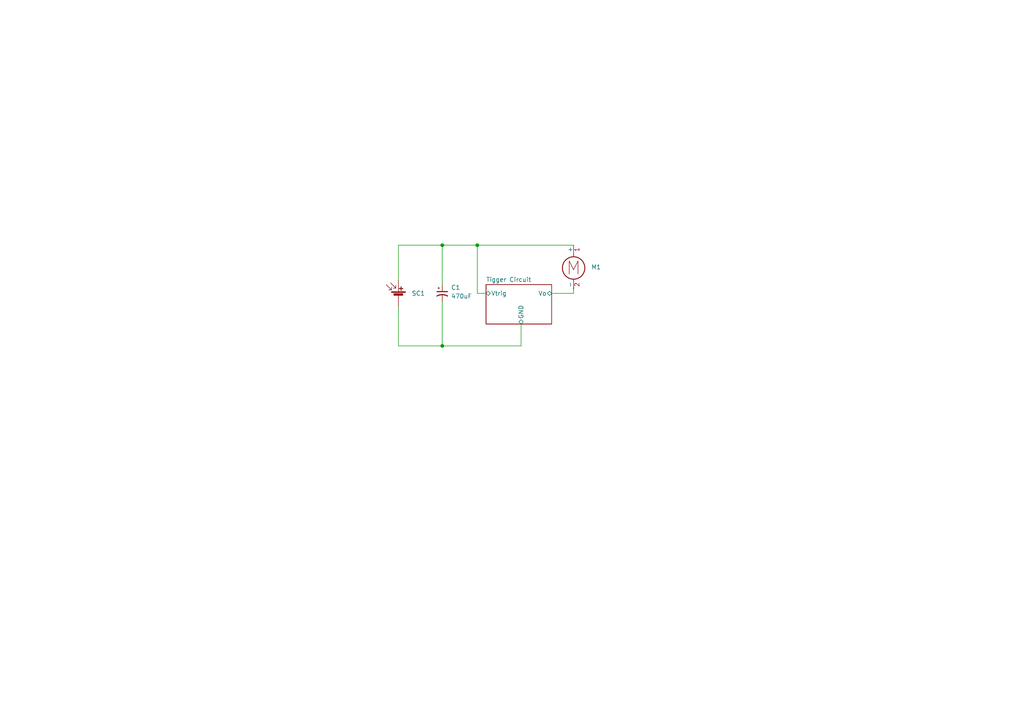
<source format=kicad_sch>
(kicad_sch (version 20211123) (generator eeschema)

  (uuid e0eaf533-f28f-4929-936a-ed8fbfdd2d06)

  (paper "A4")

  (lib_symbols
    (symbol "Device:C_Polarized_Small_US" (pin_numbers hide) (pin_names (offset 0.254) hide) (in_bom yes) (on_board yes)
      (property "Reference" "C" (id 0) (at 0.254 1.778 0)
        (effects (font (size 1.27 1.27)) (justify left))
      )
      (property "Value" "C_Polarized_Small_US" (id 1) (at 0.254 -2.032 0)
        (effects (font (size 1.27 1.27)) (justify left))
      )
      (property "Footprint" "" (id 2) (at 0 0 0)
        (effects (font (size 1.27 1.27)) hide)
      )
      (property "Datasheet" "~" (id 3) (at 0 0 0)
        (effects (font (size 1.27 1.27)) hide)
      )
      (property "ki_keywords" "cap capacitor" (id 4) (at 0 0 0)
        (effects (font (size 1.27 1.27)) hide)
      )
      (property "ki_description" "Polarized capacitor, small US symbol" (id 5) (at 0 0 0)
        (effects (font (size 1.27 1.27)) hide)
      )
      (property "ki_fp_filters" "CP_*" (id 6) (at 0 0 0)
        (effects (font (size 1.27 1.27)) hide)
      )
      (symbol "C_Polarized_Small_US_0_1"
        (polyline
          (pts
            (xy -1.524 0.508)
            (xy 1.524 0.508)
          )
          (stroke (width 0.3048) (type default) (color 0 0 0 0))
          (fill (type none))
        )
        (polyline
          (pts
            (xy -1.27 1.524)
            (xy -0.762 1.524)
          )
          (stroke (width 0) (type default) (color 0 0 0 0))
          (fill (type none))
        )
        (polyline
          (pts
            (xy -1.016 1.27)
            (xy -1.016 1.778)
          )
          (stroke (width 0) (type default) (color 0 0 0 0))
          (fill (type none))
        )
        (arc (start 1.524 -0.762) (mid 0 -0.3734) (end -1.524 -0.762)
          (stroke (width 0.3048) (type default) (color 0 0 0 0))
          (fill (type none))
        )
      )
      (symbol "C_Polarized_Small_US_1_1"
        (pin passive line (at 0 2.54 270) (length 2.032)
          (name "~" (effects (font (size 1.27 1.27))))
          (number "1" (effects (font (size 1.27 1.27))))
        )
        (pin passive line (at 0 -2.54 90) (length 2.032)
          (name "~" (effects (font (size 1.27 1.27))))
          (number "2" (effects (font (size 1.27 1.27))))
        )
      )
    )
    (symbol "Device:Solar_Cell" (pin_numbers hide) (pin_names (offset 0) hide) (in_bom yes) (on_board yes)
      (property "Reference" "SC" (id 0) (at 2.54 2.54 0)
        (effects (font (size 1.27 1.27)) (justify left))
      )
      (property "Value" "Solar_Cell" (id 1) (at 2.54 0 0)
        (effects (font (size 1.27 1.27)) (justify left))
      )
      (property "Footprint" "" (id 2) (at 0 1.524 90)
        (effects (font (size 1.27 1.27)) hide)
      )
      (property "Datasheet" "~" (id 3) (at 0 1.524 90)
        (effects (font (size 1.27 1.27)) hide)
      )
      (property "ki_keywords" "solar cell" (id 4) (at 0 0 0)
        (effects (font (size 1.27 1.27)) hide)
      )
      (property "ki_description" "Single solar cell" (id 5) (at 0 0 0)
        (effects (font (size 1.27 1.27)) hide)
      )
      (symbol "Solar_Cell_0_1"
        (rectangle (start -2.032 1.778) (end 2.032 1.524)
          (stroke (width 0) (type default) (color 0 0 0 0))
          (fill (type outline))
        )
        (rectangle (start -1.3208 1.1938) (end 1.27 0.6858)
          (stroke (width 0) (type default) (color 0 0 0 0))
          (fill (type outline))
        )
        (polyline
          (pts
            (xy -2.032 2.286)
            (xy -3.556 3.81)
          )
          (stroke (width 0) (type default) (color 0 0 0 0))
          (fill (type none))
        )
        (polyline
          (pts
            (xy -0.762 2.794)
            (xy -2.286 4.318)
          )
          (stroke (width 0) (type default) (color 0 0 0 0))
          (fill (type none))
        )
        (polyline
          (pts
            (xy 0 0.762)
            (xy 0 0)
          )
          (stroke (width 0) (type default) (color 0 0 0 0))
          (fill (type none))
        )
        (polyline
          (pts
            (xy 0 1.778)
            (xy 0 2.54)
          )
          (stroke (width 0) (type default) (color 0 0 0 0))
          (fill (type none))
        )
        (polyline
          (pts
            (xy 0.254 2.667)
            (xy 1.27 2.667)
          )
          (stroke (width 0.254) (type default) (color 0 0 0 0))
          (fill (type none))
        )
        (polyline
          (pts
            (xy 0.762 3.175)
            (xy 0.762 2.159)
          )
          (stroke (width 0.254) (type default) (color 0 0 0 0))
          (fill (type none))
        )
        (polyline
          (pts
            (xy -2.032 3.048)
            (xy -2.032 2.286)
            (xy -2.794 2.286)
          )
          (stroke (width 0) (type default) (color 0 0 0 0))
          (fill (type none))
        )
        (polyline
          (pts
            (xy -0.762 3.556)
            (xy -0.762 2.794)
            (xy -1.524 2.794)
          )
          (stroke (width 0) (type default) (color 0 0 0 0))
          (fill (type none))
        )
      )
      (symbol "Solar_Cell_1_1"
        (pin passive line (at 0 5.08 270) (length 2.54)
          (name "+" (effects (font (size 1.27 1.27))))
          (number "1" (effects (font (size 1.27 1.27))))
        )
        (pin passive line (at 0 -2.54 90) (length 2.54)
          (name "-" (effects (font (size 1.27 1.27))))
          (number "2" (effects (font (size 1.27 1.27))))
        )
      )
    )
    (symbol "Motor:Motor_DC" (pin_names (offset 0)) (in_bom yes) (on_board yes)
      (property "Reference" "M" (id 0) (at 2.54 2.54 0)
        (effects (font (size 1.27 1.27)) (justify left))
      )
      (property "Value" "Motor_DC" (id 1) (at 2.54 -5.08 0)
        (effects (font (size 1.27 1.27)) (justify left top))
      )
      (property "Footprint" "" (id 2) (at 0 -2.286 0)
        (effects (font (size 1.27 1.27)) hide)
      )
      (property "Datasheet" "~" (id 3) (at 0 -2.286 0)
        (effects (font (size 1.27 1.27)) hide)
      )
      (property "ki_keywords" "DC Motor" (id 4) (at 0 0 0)
        (effects (font (size 1.27 1.27)) hide)
      )
      (property "ki_description" "DC Motor" (id 5) (at 0 0 0)
        (effects (font (size 1.27 1.27)) hide)
      )
      (property "ki_fp_filters" "PinHeader*P2.54mm* TerminalBlock*" (id 6) (at 0 0 0)
        (effects (font (size 1.27 1.27)) hide)
      )
      (symbol "Motor_DC_0_0"
        (polyline
          (pts
            (xy -1.27 -3.302)
            (xy -1.27 0.508)
            (xy 0 -2.032)
            (xy 1.27 0.508)
            (xy 1.27 -3.302)
          )
          (stroke (width 0) (type default) (color 0 0 0 0))
          (fill (type none))
        )
      )
      (symbol "Motor_DC_0_1"
        (circle (center 0 -1.524) (radius 3.2512)
          (stroke (width 0.254) (type default) (color 0 0 0 0))
          (fill (type none))
        )
        (polyline
          (pts
            (xy 0 -7.62)
            (xy 0 -7.112)
          )
          (stroke (width 0) (type default) (color 0 0 0 0))
          (fill (type none))
        )
        (polyline
          (pts
            (xy 0 -4.7752)
            (xy 0 -5.1816)
          )
          (stroke (width 0) (type default) (color 0 0 0 0))
          (fill (type none))
        )
        (polyline
          (pts
            (xy 0 1.7272)
            (xy 0 2.0828)
          )
          (stroke (width 0) (type default) (color 0 0 0 0))
          (fill (type none))
        )
        (polyline
          (pts
            (xy 0 2.032)
            (xy 0 2.54)
          )
          (stroke (width 0) (type default) (color 0 0 0 0))
          (fill (type none))
        )
      )
      (symbol "Motor_DC_1_1"
        (pin passive line (at 0 5.08 270) (length 2.54)
          (name "+" (effects (font (size 1.27 1.27))))
          (number "1" (effects (font (size 1.27 1.27))))
        )
        (pin passive line (at 0 -7.62 90) (length 2.54)
          (name "-" (effects (font (size 1.27 1.27))))
          (number "2" (effects (font (size 1.27 1.27))))
        )
      )
    )
  )

  (junction (at 138.43 71.12) (diameter 0) (color 0 0 0 0)
    (uuid 2d847869-b59f-4023-a644-d3953bc39e61)
  )
  (junction (at 128.27 100.33) (diameter 0) (color 0 0 0 0)
    (uuid abfe0b28-d1eb-471a-b707-37bb460aa1a8)
  )
  (junction (at 128.27 71.12) (diameter 0) (color 0 0 0 0)
    (uuid c77c85bd-5791-4215-a6f5-ee0efa3b96e2)
  )

  (wire (pts (xy 166.37 71.12) (xy 138.43 71.12))
    (stroke (width 0) (type default) (color 0 0 0 0))
    (uuid 068418de-6b06-46f8-a42a-f6e7af9942f0)
  )
  (wire (pts (xy 115.57 71.12) (xy 115.57 81.28))
    (stroke (width 0) (type default) (color 0 0 0 0))
    (uuid 17549841-d365-44b5-8e3e-f7c41a6be346)
  )
  (wire (pts (xy 138.43 71.12) (xy 128.27 71.12))
    (stroke (width 0) (type default) (color 0 0 0 0))
    (uuid 17561fc6-92dd-4591-8ed8-b8562e8d6ab8)
  )
  (wire (pts (xy 128.27 71.12) (xy 128.27 82.55))
    (stroke (width 0) (type default) (color 0 0 0 0))
    (uuid 200bc5e1-d234-4505-adea-d6d4b5273cb2)
  )
  (wire (pts (xy 140.97 85.09) (xy 138.43 85.09))
    (stroke (width 0) (type default) (color 0 0 0 0))
    (uuid 648b87b6-6499-4832-b6db-524bae471da0)
  )
  (wire (pts (xy 128.27 87.63) (xy 128.27 100.33))
    (stroke (width 0) (type default) (color 0 0 0 0))
    (uuid 6cd7b2b9-1b62-47ef-bd3b-5ac50de1f898)
  )
  (wire (pts (xy 128.27 71.12) (xy 115.57 71.12))
    (stroke (width 0) (type default) (color 0 0 0 0))
    (uuid 6ee3369b-4580-4efc-9295-956cd0b9935a)
  )
  (wire (pts (xy 115.57 100.33) (xy 128.27 100.33))
    (stroke (width 0) (type default) (color 0 0 0 0))
    (uuid 8b3c697e-d2f0-44f2-824c-3f0eef38c72e)
  )
  (wire (pts (xy 138.43 71.12) (xy 138.43 85.09))
    (stroke (width 0) (type default) (color 0 0 0 0))
    (uuid aeb03404-1811-48a6-870b-874f10199264)
  )
  (wire (pts (xy 128.27 100.33) (xy 151.13 100.33))
    (stroke (width 0) (type default) (color 0 0 0 0))
    (uuid c004383e-e5c6-416b-97dc-0600e40d50df)
  )
  (wire (pts (xy 166.37 85.09) (xy 166.37 83.82))
    (stroke (width 0) (type default) (color 0 0 0 0))
    (uuid c0c42ae1-bb77-4061-9dbe-7d700002ef2b)
  )
  (wire (pts (xy 115.57 88.9) (xy 115.57 100.33))
    (stroke (width 0) (type default) (color 0 0 0 0))
    (uuid ccb02708-9fe1-4159-a71b-423822b99ac3)
  )
  (wire (pts (xy 160.02 85.09) (xy 166.37 85.09))
    (stroke (width 0) (type default) (color 0 0 0 0))
    (uuid d5823300-6b02-4e88-bc17-6f4c3d13538e)
  )
  (wire (pts (xy 151.13 93.98) (xy 151.13 100.33))
    (stroke (width 0) (type default) (color 0 0 0 0))
    (uuid eb0ae3e8-685b-4ec9-ac70-a9ff0a491cce)
  )

  (symbol (lib_id "Motor:Motor_DC") (at 166.37 76.2 0) (unit 1)
    (in_bom yes) (on_board yes)
    (uuid 458a3bce-defb-4340-920b-603c359e648f)
    (property "Reference" "M1" (id 0) (at 171.45 77.4699 0)
      (effects (font (size 1.27 1.27)) (justify left))
    )
    (property "Value" " " (id 1) (at 171.45 80.0099 0)
      (effects (font (size 1.27 1.27)) (justify left))
    )
    (property "Footprint" "" (id 2) (at 166.37 78.486 0)
      (effects (font (size 1.27 1.27)) hide)
    )
    (property "Datasheet" "~" (id 3) (at 166.37 78.486 0)
      (effects (font (size 1.27 1.27)) hide)
    )
    (pin "1" (uuid 98c0ffc5-ac65-4be8-8d2e-6a15df820022))
    (pin "2" (uuid 1e1d683c-8a82-406e-b8f4-d8f77117b6f9))
  )

  (symbol (lib_id "Device:C_Polarized_Small_US") (at 128.27 85.09 0) (unit 1)
    (in_bom yes) (on_board yes) (fields_autoplaced)
    (uuid 769c27e0-6b93-47ef-bd52-ead1f2fd7905)
    (property "Reference" "C1" (id 0) (at 130.81 83.3881 0)
      (effects (font (size 1.27 1.27)) (justify left))
    )
    (property "Value" "470uF" (id 1) (at 130.81 85.9281 0)
      (effects (font (size 1.27 1.27)) (justify left))
    )
    (property "Footprint" "" (id 2) (at 128.27 85.09 0)
      (effects (font (size 1.27 1.27)) hide)
    )
    (property "Datasheet" "~" (id 3) (at 128.27 85.09 0)
      (effects (font (size 1.27 1.27)) hide)
    )
    (pin "1" (uuid 4747ceaa-666c-40b1-b909-79b90ddd2779))
    (pin "2" (uuid 2820f9ac-e01d-491c-813c-d1597394533a))
  )

  (symbol (lib_id "Device:Solar_Cell") (at 115.57 86.36 0) (unit 1)
    (in_bom yes) (on_board yes)
    (uuid 90a22610-3329-4b11-bfdf-48d9edd402fd)
    (property "Reference" "SC1" (id 0) (at 119.38 85.09 0)
      (effects (font (size 1.27 1.27)) (justify left))
    )
    (property "Value" " " (id 1) (at 119.38 85.4709 0)
      (effects (font (size 1.27 1.27)) (justify left))
    )
    (property "Footprint" "" (id 2) (at 115.57 84.836 90)
      (effects (font (size 1.27 1.27)) hide)
    )
    (property "Datasheet" "~" (id 3) (at 115.57 84.836 90)
      (effects (font (size 1.27 1.27)) hide)
    )
    (pin "1" (uuid de52c29e-9e91-4414-ba27-7896cc78cda6))
    (pin "2" (uuid a45cbc8f-8e26-4179-9768-31dfecaa7718))
  )

  (sheet (at 140.97 82.55) (size 19.05 11.43) (fields_autoplaced)
    (stroke (width 0.1524) (type solid) (color 0 0 0 0))
    (fill (color 0 0 0 0.0000))
    (uuid 62d376d3-6b06-41d3-a09e-4c14a3b6fd54)
    (property "Sheet name" "Tigger Circuit" (id 0) (at 140.97 81.8384 0)
      (effects (font (size 1.27 1.27)) (justify left bottom))
    )
    (property "Sheet file" "untitled.kicad_sch" (id 1) (at 140.97 94.5646 0)
      (effects (font (size 1.27 1.27)) (justify left top) hide)
    )
    (pin "Vtrig" bidirectional (at 140.97 85.09 180)
      (effects (font (size 1.27 1.27)) (justify left))
      (uuid 4d5e71f8-ba2e-4b0a-a3bb-f946594cbccb)
    )
    (pin "GND" bidirectional (at 151.13 93.98 270)
      (effects (font (size 1.27 1.27)) (justify left))
      (uuid 432f1cb0-9d98-4c58-9ebe-11bd9186e4c0)
    )
    (pin "Vo" bidirectional (at 160.02 85.09 0)
      (effects (font (size 1.27 1.27)) (justify right))
      (uuid d2b0fe9d-99db-4312-bc58-f9427e930b16)
    )
  )

  (sheet_instances
    (path "/" (page "1"))
    (path "/62d376d3-6b06-41d3-a09e-4c14a3b6fd54" (page "2"))
  )

  (symbol_instances
    (path "/769c27e0-6b93-47ef-bd52-ead1f2fd7905"
      (reference "C1") (unit 1) (value "470uF") (footprint "")
    )
    (path "/62d376d3-6b06-41d3-a09e-4c14a3b6fd54/8ad9c7c5-4596-4b78-b6ee-9ec21b56d618"
      (reference "C1") (unit 1) (value "?") (footprint "")
    )
    (path "/458a3bce-defb-4340-920b-603c359e648f"
      (reference "M1") (unit 1) (value " ") (footprint "")
    )
    (path "/62d376d3-6b06-41d3-a09e-4c14a3b6fd54/93319bf6-31a0-4369-8170-29673b7ed1a4"
      (reference "R1") (unit 1) (value "?") (footprint "")
    )
    (path "/62d376d3-6b06-41d3-a09e-4c14a3b6fd54/728bfabe-af3d-47f7-83ab-3eb330c693c3"
      (reference "RV1") (unit 1) (value "?") (footprint "")
    )
    (path "/90a22610-3329-4b11-bfdf-48d9edd402fd"
      (reference "SC1") (unit 1) (value " ") (footprint "")
    )
    (path "/62d376d3-6b06-41d3-a09e-4c14a3b6fd54/e0f861fd-d93c-4567-ba3e-e119d1943534"
      (reference "U1") (unit 2) (value "ADG417BN") (footprint "Package_DIP:DIP-8_W7.62mm")
    )
    (path "/62d376d3-6b06-41d3-a09e-4c14a3b6fd54/25625d99-d45f-4b2f-9e62-009a122611f4"
      (reference "U?") (unit 1) (value "ADG417BN") (footprint "Package_DIP:DIP-8_W7.62mm")
    )
  )
)

</source>
